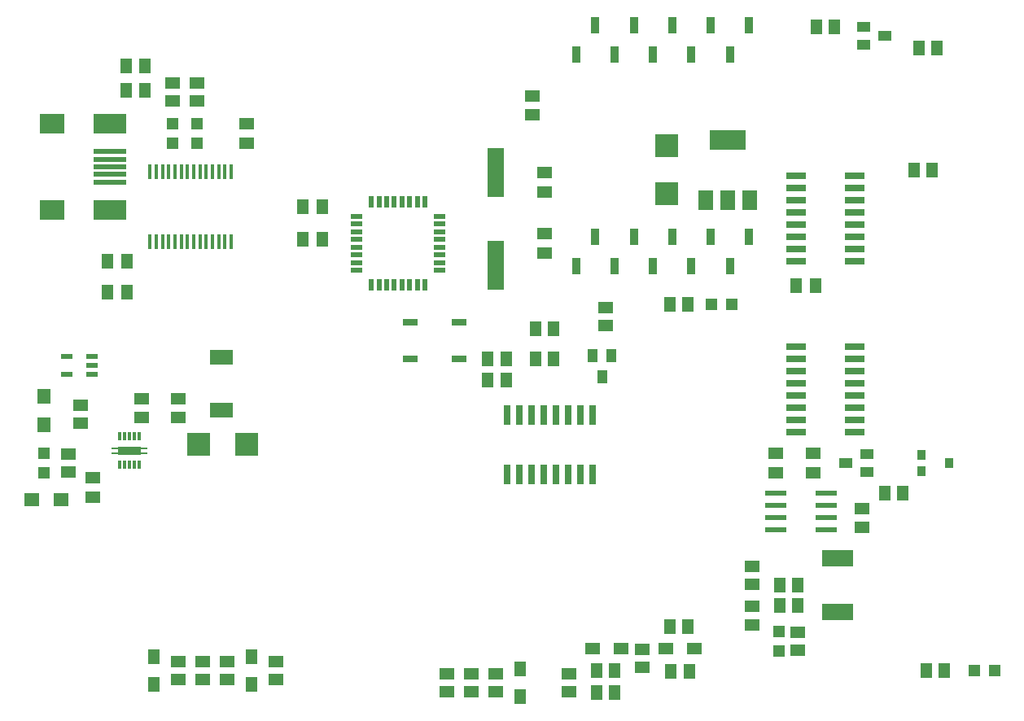
<source format=gtp>
G75*
G70*
%OFA0B0*%
%FSLAX24Y24*%
%IPPOS*%
%LPD*%
%AMOC8*
5,1,8,0,0,1.08239X$1,22.5*
%
%ADD10R,0.0472X0.0217*%
%ADD11R,0.0984X0.0787*%
%ADD12R,0.1378X0.0787*%
%ADD13R,0.1378X0.0197*%
%ADD14R,0.0260X0.0800*%
%ADD15R,0.0630X0.0512*%
%ADD16R,0.0500X0.0220*%
%ADD17R,0.0220X0.0500*%
%ADD18R,0.0551X0.0630*%
%ADD19R,0.0591X0.0512*%
%ADD20R,0.0472X0.0472*%
%ADD21R,0.0630X0.0551*%
%ADD22R,0.0117X0.0335*%
%ADD23R,0.0276X0.0110*%
%ADD24R,0.0940X0.0340*%
%ADD25R,0.0945X0.0591*%
%ADD26R,0.0945X0.0945*%
%ADD27R,0.0157X0.0591*%
%ADD28R,0.0512X0.0630*%
%ADD29R,0.0512X0.0591*%
%ADD30R,0.0700X0.2000*%
%ADD31R,0.0600X0.0300*%
%ADD32R,0.0551X0.0394*%
%ADD33R,0.0354X0.0394*%
%ADD34R,0.0354X0.0433*%
%ADD35R,0.0870X0.0240*%
%ADD36R,0.0394X0.0551*%
%ADD37R,0.0800X0.0260*%
%ADD38R,0.1260X0.0709*%
%ADD39R,0.0335X0.0669*%
%ADD40R,0.0590X0.0790*%
%ADD41R,0.1500X0.0790*%
%ADD42R,0.0591X0.0472*%
%ADD43R,0.0472X0.0591*%
D10*
X004125Y017307D03*
X004125Y018055D03*
X005149Y018055D03*
X005149Y017681D03*
X005149Y017307D03*
D11*
X003506Y024039D03*
X003506Y027583D03*
D12*
X005868Y027583D03*
X005868Y024039D03*
D13*
X005868Y025181D03*
X005868Y025496D03*
X005868Y025811D03*
X005868Y026126D03*
X005872Y026445D03*
D14*
X022137Y015641D03*
X022637Y015641D03*
X023137Y015641D03*
X023637Y015641D03*
X024137Y015641D03*
X024637Y015641D03*
X025137Y015641D03*
X025637Y015641D03*
X025637Y013221D03*
X025137Y013221D03*
X024637Y013221D03*
X024137Y013221D03*
X023637Y013221D03*
X023137Y013221D03*
X022637Y013221D03*
X022137Y013221D03*
D15*
X023687Y022287D03*
X023687Y023075D03*
X023687Y024787D03*
X023687Y025575D03*
X011487Y026787D03*
X011487Y027575D03*
X005187Y013075D03*
X005187Y012287D03*
X033137Y013287D03*
X033137Y014075D03*
X034687Y014075D03*
X034687Y013287D03*
D16*
X019377Y021579D03*
X019377Y021894D03*
X019377Y022209D03*
X019377Y022523D03*
X019377Y022838D03*
X019377Y023153D03*
X019377Y023468D03*
X019377Y023783D03*
X015997Y023783D03*
X015997Y023468D03*
X015997Y023153D03*
X015997Y022838D03*
X015997Y022523D03*
X015997Y022209D03*
X015997Y021894D03*
X015997Y021579D03*
D17*
X016585Y020991D03*
X016900Y020991D03*
X017215Y020991D03*
X017530Y020991D03*
X017845Y020991D03*
X018160Y020991D03*
X018474Y020991D03*
X018789Y020991D03*
X018789Y024371D03*
X018474Y024371D03*
X018160Y024371D03*
X017845Y024371D03*
X017530Y024371D03*
X017215Y024371D03*
X016900Y024371D03*
X016585Y024371D03*
D18*
X003187Y016421D03*
X003187Y015240D03*
D19*
X004687Y015307D03*
X004687Y016055D03*
X004187Y014055D03*
X004187Y013307D03*
X007187Y015557D03*
X007187Y016305D03*
X008687Y016305D03*
X008687Y015557D03*
X008687Y005555D03*
X008687Y004807D03*
X009687Y004807D03*
X009687Y005555D03*
X010687Y005555D03*
X010687Y004807D03*
X012687Y004807D03*
X012687Y005555D03*
X019687Y005055D03*
X019687Y004307D03*
X020687Y004307D03*
X020687Y005055D03*
X021687Y005055D03*
X021687Y004307D03*
X024687Y004307D03*
X024687Y005055D03*
X027687Y005307D03*
X027687Y006055D03*
X032187Y007057D03*
X032187Y007805D03*
X032187Y008707D03*
X032187Y009455D03*
X034037Y006755D03*
X034037Y006007D03*
X036687Y011057D03*
X036687Y011805D03*
X026187Y019307D03*
X026187Y020055D03*
X023187Y027957D03*
X023187Y028705D03*
X009437Y028507D03*
X009437Y029255D03*
X008437Y029255D03*
X008437Y028507D03*
D20*
X008437Y027594D03*
X008437Y026768D03*
X009437Y026768D03*
X009437Y027594D03*
X003187Y014094D03*
X003187Y013268D03*
X030524Y020181D03*
X031350Y020181D03*
X033287Y006794D03*
X033287Y005968D03*
X041274Y005181D03*
X042100Y005181D03*
D21*
X003878Y012181D03*
X002697Y012181D03*
D22*
X006293Y013600D03*
X006490Y013600D03*
X006687Y013600D03*
X006884Y013600D03*
X007081Y013600D03*
X007081Y014762D03*
X006884Y014762D03*
X006687Y014762D03*
X006490Y014762D03*
X006293Y014762D03*
D23*
X006097Y014279D03*
X006097Y014083D03*
X007278Y014083D03*
X007278Y014279D03*
D24*
X006687Y014181D03*
D25*
X010437Y015848D03*
X010437Y018014D03*
D26*
X009503Y014431D03*
X011471Y014431D03*
X028687Y024697D03*
X028687Y026665D03*
D27*
X010850Y025608D03*
X010595Y025608D03*
X010339Y025608D03*
X010083Y025608D03*
X009827Y025608D03*
X009571Y025608D03*
X009315Y025608D03*
X009059Y025608D03*
X008803Y025608D03*
X008547Y025608D03*
X008291Y025608D03*
X008036Y025608D03*
X007780Y025608D03*
X007524Y025608D03*
X007524Y022754D03*
X007780Y022754D03*
X008036Y022754D03*
X008291Y022754D03*
X008547Y022754D03*
X008803Y022754D03*
X009059Y022754D03*
X009315Y022754D03*
X009571Y022754D03*
X009827Y022754D03*
X010083Y022754D03*
X010339Y022754D03*
X010595Y022754D03*
X010850Y022754D03*
D28*
X013793Y022831D03*
X014581Y022831D03*
X014581Y024181D03*
X013793Y024181D03*
X006581Y021931D03*
X005793Y021931D03*
X005793Y020681D03*
X006581Y020681D03*
X033993Y020931D03*
X034781Y020931D03*
D29*
X029561Y020181D03*
X028813Y020181D03*
X024061Y019181D03*
X023313Y019181D03*
X023313Y017931D03*
X024061Y017931D03*
X022111Y017931D03*
X021363Y017931D03*
X021363Y017081D03*
X022111Y017081D03*
X033313Y008681D03*
X034061Y008681D03*
X034061Y007831D03*
X033313Y007831D03*
X029561Y006981D03*
X028813Y006981D03*
X028863Y005131D03*
X029611Y005131D03*
X026561Y005181D03*
X025813Y005181D03*
X025813Y004281D03*
X026561Y004281D03*
X037613Y012431D03*
X038361Y012431D03*
X039313Y005181D03*
X040061Y005181D03*
X039561Y025681D03*
X038813Y025681D03*
X039013Y030681D03*
X039761Y030681D03*
X035561Y031531D03*
X034813Y031531D03*
X007311Y029931D03*
X006563Y029931D03*
X006563Y028931D03*
X007311Y028931D03*
D30*
X021687Y025581D03*
X021687Y021781D03*
D31*
X020187Y019431D03*
X020187Y017931D03*
X018187Y017931D03*
X018187Y019431D03*
D32*
X036004Y013681D03*
X036870Y013307D03*
X036870Y014055D03*
X036754Y030807D03*
X036754Y031555D03*
X037620Y031181D03*
D33*
X039116Y014016D03*
X039116Y013346D03*
D34*
X040258Y013681D03*
D35*
X035217Y012431D03*
X035217Y011931D03*
X035217Y011431D03*
X035217Y010931D03*
X033157Y010931D03*
X033157Y011431D03*
X033157Y011931D03*
X033157Y012431D03*
D36*
X026411Y018064D03*
X025663Y018064D03*
X026037Y017198D03*
D37*
X033977Y017431D03*
X033977Y017931D03*
X033977Y018431D03*
X033977Y016931D03*
X033977Y016431D03*
X033977Y015931D03*
X033977Y015431D03*
X033977Y014931D03*
X036397Y014931D03*
X036397Y015431D03*
X036397Y015931D03*
X036397Y016431D03*
X036397Y016931D03*
X036397Y017431D03*
X036397Y017931D03*
X036397Y018431D03*
X036397Y021931D03*
X036397Y022431D03*
X036397Y022931D03*
X036397Y023431D03*
X036397Y023931D03*
X036397Y024431D03*
X036397Y024931D03*
X036397Y025431D03*
X033977Y025431D03*
X033977Y024931D03*
X033977Y024431D03*
X033977Y023931D03*
X033977Y023431D03*
X033977Y022931D03*
X033977Y022431D03*
X033977Y021931D03*
D38*
X035687Y009783D03*
X035687Y007579D03*
D39*
X031274Y021760D03*
X032061Y022941D03*
X030486Y022941D03*
X029699Y021760D03*
X028911Y022941D03*
X028124Y021760D03*
X027337Y022941D03*
X026549Y021760D03*
X025762Y022941D03*
X024974Y021760D03*
X024974Y030421D03*
X025762Y031602D03*
X026549Y030421D03*
X027337Y031602D03*
X028124Y030421D03*
X028911Y031602D03*
X029699Y030421D03*
X030486Y031602D03*
X031274Y030421D03*
X032061Y031602D03*
D40*
X032097Y024441D03*
X031197Y024441D03*
X030297Y024441D03*
D41*
X031187Y026921D03*
D42*
X029808Y006081D03*
X028666Y006081D03*
X026808Y006081D03*
X025666Y006081D03*
D43*
X007687Y004610D03*
X007687Y005752D03*
X011687Y005752D03*
X011687Y004610D03*
X022687Y004110D03*
X022687Y005252D03*
M02*

</source>
